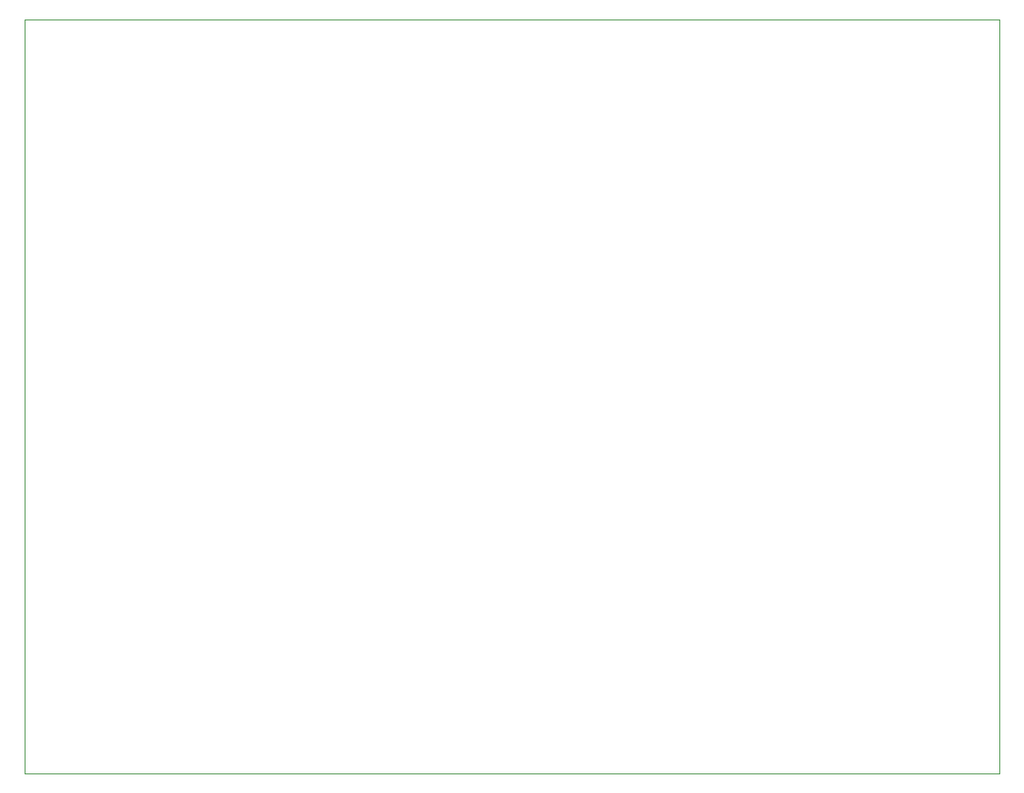
<source format=gbr>
%TF.GenerationSoftware,KiCad,Pcbnew,7.0.6*%
%TF.CreationDate,2023-12-12T17:12:19+00:00*%
%TF.ProjectId,BlankingRelay_Base,426c616e-6b69-46e6-9752-656c61795f42,rev?*%
%TF.SameCoordinates,Original*%
%TF.FileFunction,Profile,NP*%
%FSLAX46Y46*%
G04 Gerber Fmt 4.6, Leading zero omitted, Abs format (unit mm)*
G04 Created by KiCad (PCBNEW 7.0.6) date 2023-12-12 17:12:19*
%MOMM*%
%LPD*%
G01*
G04 APERTURE LIST*
%TA.AperFunction,Profile*%
%ADD10C,0.100000*%
%TD*%
G04 APERTURE END LIST*
D10*
X29413200Y-74930000D02*
X126606000Y-74930000D01*
X126606000Y-150164800D01*
X29413200Y-150164800D01*
X29413200Y-74930000D01*
M02*

</source>
